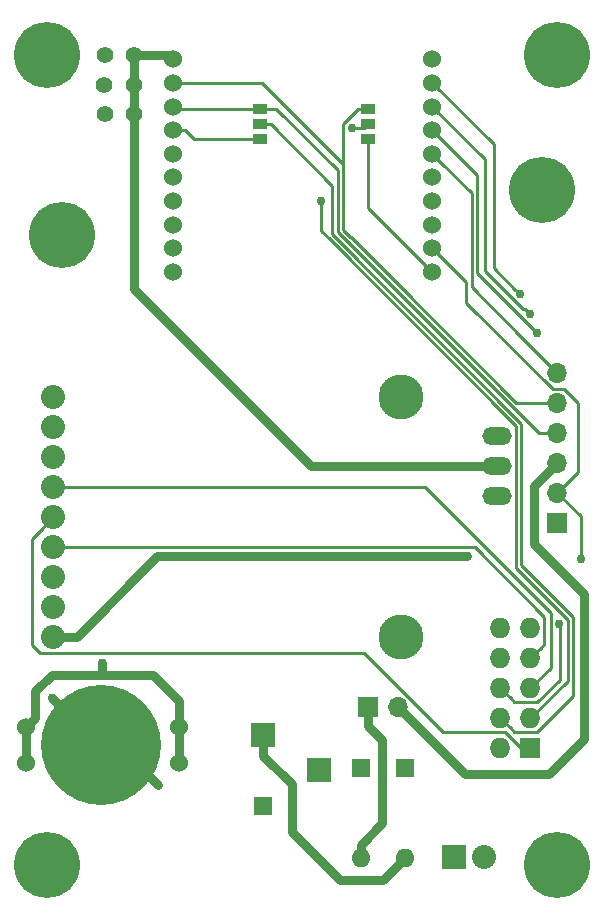
<source format=gbr>
G04 #@! TF.FileFunction,Copper,L1,Top,Signal*
%FSLAX46Y46*%
G04 Gerber Fmt 4.6, Leading zero omitted, Abs format (unit mm)*
G04 Created by KiCad (PCBNEW 4.0.6) date Thursday, August 03, 2017 'PMt' 09:26:43 PM*
%MOMM*%
%LPD*%
G01*
G04 APERTURE LIST*
%ADD10C,0.100000*%
%ADD11C,1.524000*%
%ADD12C,2.032000*%
%ADD13C,3.810000*%
%ADD14C,10.160000*%
%ADD15C,1.400000*%
%ADD16R,1.600000X1.600000*%
%ADD17O,1.600000X1.600000*%
%ADD18R,2.032000X2.032000*%
%ADD19R,1.524000X1.524000*%
%ADD20R,1.727200X1.727200*%
%ADD21O,1.727200X1.727200*%
%ADD22R,1.270000X0.965200*%
%ADD23R,1.700000X1.700000*%
%ADD24O,1.700000X1.700000*%
%ADD25O,2.499360X1.501140*%
%ADD26C,5.588000*%
%ADD27O,2.032000X2.032000*%
%ADD28C,0.762000*%
%ADD29C,0.762000*%
%ADD30C,0.250000*%
G04 APERTURE END LIST*
D10*
D11*
X112699800Y-38455600D03*
X112699800Y-40455596D03*
X112699800Y-42455592D03*
X112699800Y-44455588D03*
X112699800Y-46455584D03*
X112699800Y-48455580D03*
X112699800Y-50457100D03*
X112699800Y-52456080D03*
X112699800Y-54457600D03*
X112699800Y-56455564D03*
X134696200Y-56455564D03*
X134696200Y-54457600D03*
X134696200Y-52456080D03*
X134696200Y-50455576D03*
X134696200Y-48455580D03*
X134696200Y-46455584D03*
X134696200Y-44455588D03*
X134696200Y-42455592D03*
X134696200Y-40455596D03*
X134696200Y-38455600D03*
D12*
X102616000Y-67056000D03*
X102616000Y-69596000D03*
X102616000Y-72136000D03*
X102616000Y-74676000D03*
X102616000Y-77216000D03*
X102616000Y-79756000D03*
X102616000Y-82296000D03*
X102616000Y-84836000D03*
X102616000Y-87376000D03*
D13*
X132080000Y-67056000D03*
X132080000Y-87376000D03*
D14*
X106680000Y-96520000D03*
D11*
X113284000Y-98044000D03*
X100330000Y-98044000D03*
X100330000Y-94996000D03*
X113284000Y-94996000D03*
D15*
X106974000Y-43129200D03*
X109474000Y-43129200D03*
X106934000Y-40640000D03*
X109434000Y-40640000D03*
X106948600Y-38100000D03*
X109448600Y-38100000D03*
D16*
X132384800Y-98475800D03*
D17*
X132384800Y-106095800D03*
D16*
X128625600Y-98450400D03*
D17*
X128625600Y-106070400D03*
D18*
X120396000Y-95653860D03*
D19*
X120396000Y-101653340D03*
D18*
X125095000Y-98653600D03*
D20*
X143002000Y-96774000D03*
D21*
X140462000Y-96774000D03*
X143002000Y-94234000D03*
X140462000Y-94234000D03*
X143002000Y-91694000D03*
X140462000Y-91694000D03*
X143002000Y-89154000D03*
X140462000Y-89154000D03*
X143002000Y-86614000D03*
X140462000Y-86614000D03*
D22*
X129286000Y-45212000D03*
X129286000Y-43942000D03*
X129286000Y-42672000D03*
D23*
X145288000Y-77724000D03*
D24*
X145288000Y-75184000D03*
X145288000Y-72644000D03*
X145288000Y-70104000D03*
X145288000Y-67564000D03*
X145288000Y-65024000D03*
D22*
X120142000Y-45212000D03*
X120142000Y-43942000D03*
X120142000Y-42672000D03*
D23*
X129235200Y-93294200D03*
D24*
X131775200Y-93294200D03*
D25*
X140208000Y-72898000D03*
X140208000Y-75438000D03*
X140208000Y-70358000D03*
D26*
X102108000Y-106680000D03*
X103378000Y-53340000D03*
X145288000Y-106680000D03*
X144018000Y-49530000D03*
X145288000Y-38100000D03*
X102108000Y-38100000D03*
D18*
X136550400Y-106019600D03*
D27*
X139090400Y-106019600D03*
D28*
X102463600Y-92532200D03*
X111480600Y-99898200D03*
X106756200Y-89535000D03*
X137591800Y-80543400D03*
X127914400Y-44297600D03*
X125298200Y-50495200D03*
X145440400Y-86258400D03*
X147243800Y-80772000D03*
X142942425Y-60003575D03*
X143560800Y-61620400D03*
X142116925Y-58339875D03*
D29*
X106680000Y-96520000D02*
X106451400Y-96520000D01*
X106451400Y-96520000D02*
X102463600Y-92532200D01*
X106680000Y-96520000D02*
X108102400Y-96520000D01*
X108102400Y-96520000D02*
X111480600Y-99898200D01*
D30*
X104052840Y-74676000D02*
X102616000Y-74676000D01*
X144734398Y-85298398D02*
X134112000Y-74676000D01*
X134112000Y-74676000D02*
X104052840Y-74676000D01*
X143002000Y-91694000D02*
X144734398Y-89961602D01*
X144734398Y-89961602D02*
X144734398Y-85298398D01*
X143002000Y-96774000D02*
X142221130Y-96774000D01*
X101467801Y-88717001D02*
X100761800Y-88011000D01*
X100761800Y-88011000D02*
X100761800Y-79070200D01*
X100761800Y-79070200D02*
X101523800Y-78308200D01*
X142221130Y-96774000D02*
X140869731Y-95422601D01*
X128937003Y-88717001D02*
X101467801Y-88717001D01*
X140869731Y-95422601D02*
X135642603Y-95422601D01*
X135642603Y-95422601D02*
X128937003Y-88717001D01*
X101523800Y-78308200D02*
X102616000Y-77216000D01*
X143002000Y-96774000D02*
X142365590Y-96774000D01*
X138303000Y-79756000D02*
X144190601Y-85643601D01*
X144190601Y-85643601D02*
X144190601Y-87965399D01*
X144190601Y-87965399D02*
X143865599Y-88290401D01*
X143865599Y-88290401D02*
X143002000Y-89154000D01*
X102616000Y-79756000D02*
X138303000Y-79756000D01*
D29*
X106756200Y-90551000D02*
X111074200Y-90551000D01*
X102489000Y-90551000D02*
X106756200Y-90551000D01*
X106756200Y-90551000D02*
X106756200Y-89535000D01*
X100330000Y-94996000D02*
X101091999Y-94234001D01*
X113284000Y-92760800D02*
X113284000Y-94996000D01*
X101091999Y-94234001D02*
X101091999Y-91948001D01*
X101091999Y-91948001D02*
X102489000Y-90551000D01*
X111074200Y-90551000D02*
X113284000Y-92760800D01*
X100330000Y-94996000D02*
X100330000Y-98044000D01*
X113284000Y-94996000D02*
X113284000Y-98044000D01*
X109448600Y-38100000D02*
X112344200Y-38100000D01*
X112344200Y-38100000D02*
X112699800Y-38455600D01*
X109434000Y-40640000D02*
X109434000Y-38114600D01*
X109434000Y-38114600D02*
X109448600Y-38100000D01*
X109474000Y-43129200D02*
X109474000Y-40680000D01*
X109474000Y-40680000D02*
X109434000Y-40640000D01*
X140208000Y-72898000D02*
X124457562Y-72898000D01*
X124457562Y-72898000D02*
X109434000Y-57874438D01*
X109434000Y-57874438D02*
X109474000Y-57834438D01*
X109474000Y-57834438D02*
X109474000Y-43129200D01*
X104571800Y-87376000D02*
X111404400Y-80543400D01*
X111404400Y-80543400D02*
X137591800Y-80543400D01*
X102616000Y-87376000D02*
X104571800Y-87376000D01*
X129235200Y-93294200D02*
X129235200Y-94906200D01*
X129235200Y-94906200D02*
X130454400Y-96125400D01*
X130454400Y-96125400D02*
X130454400Y-103110230D01*
X130454400Y-103110230D02*
X128625600Y-104939030D01*
X128625600Y-104939030D02*
X128625600Y-106070400D01*
D30*
X127914400Y-44297600D02*
X128930400Y-44297600D01*
X128930400Y-44297600D02*
X129286000Y-43942000D01*
X125916767Y-53602967D02*
X125298200Y-52984400D01*
X125298200Y-52984400D02*
X125298200Y-50495200D01*
X125916767Y-53628367D02*
X125916767Y-53602967D01*
X141782690Y-75883519D02*
X141782690Y-69494290D01*
X141782690Y-69494290D02*
X125916767Y-53628367D01*
X141757400Y-75908809D02*
X141782690Y-75883519D01*
X141757400Y-81508600D02*
X141757400Y-75908809D01*
X146146402Y-91089598D02*
X146146402Y-85897602D01*
X146146402Y-85897602D02*
X141757400Y-81508600D01*
X143002000Y-94234000D02*
X146146402Y-91089598D01*
X129133600Y-44094400D02*
X129286000Y-43942000D01*
X142232701Y-69307890D02*
X142232701Y-81272701D01*
X142232701Y-81272701D02*
X146608800Y-85648800D01*
X146608800Y-85648800D02*
X146608800Y-92386330D01*
X141650601Y-95422601D02*
X141325599Y-95097599D01*
X126226978Y-53255600D02*
X126541777Y-53570398D01*
X126541777Y-53570398D02*
X126541777Y-53616966D01*
X126541777Y-53616966D02*
X142232701Y-69307890D01*
X143572529Y-95422601D02*
X141650601Y-95422601D01*
X126226978Y-49141978D02*
X126226978Y-53255600D01*
X120142000Y-43942000D02*
X121027000Y-43942000D01*
X121027000Y-43942000D02*
X126226978Y-49141978D01*
X146608800Y-92386330D02*
X143572529Y-95422601D01*
X141325599Y-95097599D02*
X140462000Y-94234000D01*
X145465800Y-86283800D02*
X145440400Y-86258400D01*
X145465800Y-87182152D02*
X145465800Y-86283800D01*
X135458199Y-55219599D02*
X134696200Y-54457600D01*
X147040600Y-67577598D02*
X145852001Y-66388999D01*
X145852001Y-66388999D02*
X144913997Y-66388999D01*
X137587967Y-57349367D02*
X135458199Y-55219599D01*
X145288000Y-75184000D02*
X147040600Y-73431400D01*
X144913997Y-66388999D02*
X137587967Y-59062969D01*
X147040600Y-73431400D02*
X147040600Y-67577598D01*
X137587967Y-59062969D02*
X137587967Y-57349367D01*
X145465800Y-87350600D02*
X145465800Y-90989330D01*
X145465800Y-87182152D02*
X145465800Y-87350600D01*
X145465800Y-90989330D02*
X143572529Y-92882601D01*
X143572529Y-92882601D02*
X141650601Y-92882601D01*
X141650601Y-92882601D02*
X141325599Y-92557599D01*
X141325599Y-92557599D02*
X140462000Y-91694000D01*
X145288000Y-75184000D02*
X147243800Y-77139800D01*
X147243800Y-77139800D02*
X147243800Y-80772000D01*
X142561426Y-59622576D02*
X142942425Y-60003575D01*
X142401176Y-59622576D02*
X142561426Y-59622576D01*
X139141200Y-56362600D02*
X142401176Y-59622576D01*
X139141200Y-46900592D02*
X139141200Y-56362600D01*
X134696200Y-42455592D02*
X139141200Y-46900592D01*
X138487989Y-48247377D02*
X138487989Y-56413400D01*
X143560800Y-61620400D02*
X138487989Y-56547589D01*
X138487989Y-56547589D02*
X138487989Y-56413400D01*
X134696200Y-44455588D02*
X138487989Y-48247377D01*
X141735926Y-57958876D02*
X142116925Y-58339875D01*
X139877800Y-45637196D02*
X139877800Y-56100750D01*
X139877800Y-56100750D02*
X141735926Y-57958876D01*
X134696200Y-40455596D02*
X139877800Y-45637196D01*
X127127000Y-47345600D02*
X127127000Y-43946000D01*
X127127000Y-52882800D02*
X127127000Y-47345600D01*
X127127000Y-47313596D02*
X120269000Y-40455596D01*
X127127000Y-47345600D02*
X127127000Y-47313596D01*
X131749800Y-57505600D02*
X131749800Y-57480200D01*
X131749800Y-57480200D02*
X127773022Y-53503422D01*
X127773022Y-53503422D02*
X127747622Y-53503422D01*
X127747622Y-53503422D02*
X127127000Y-52882800D01*
X127127000Y-43946000D02*
X128401000Y-42672000D01*
X128401000Y-42672000D02*
X129286000Y-42672000D01*
X120269000Y-40455596D02*
X113777430Y-40455596D01*
X131749800Y-57505600D02*
X131521200Y-57277000D01*
X141808200Y-67564000D02*
X131749800Y-57505600D01*
X113777430Y-40455596D02*
X112699800Y-40455596D01*
X145288000Y-67564000D02*
X141808200Y-67564000D01*
D29*
X131775200Y-93294200D02*
X137439400Y-98958400D01*
X137439400Y-98958400D02*
X144576800Y-98958400D01*
X144576800Y-98958400D02*
X147548600Y-95986600D01*
X143306800Y-79476600D02*
X143306800Y-74625200D01*
X147548600Y-95986600D02*
X147548600Y-83718400D01*
X143306800Y-74625200D02*
X145288000Y-72644000D01*
X147548600Y-83718400D02*
X143306800Y-79476600D01*
D30*
X126676989Y-47859378D02*
X121489611Y-42672000D01*
X121489611Y-42672000D02*
X121027000Y-42672000D01*
X121027000Y-42672000D02*
X120142000Y-42672000D01*
X143711790Y-70104000D02*
X126676989Y-53069200D01*
X145288000Y-70104000D02*
X143711790Y-70104000D01*
X126676989Y-53069200D02*
X126676989Y-47859378D01*
X120142000Y-42672000D02*
X112916208Y-42672000D01*
X112916208Y-42672000D02*
X112699800Y-42455592D01*
D29*
X132359400Y-98450400D02*
X132384800Y-98475800D01*
D30*
X129286000Y-45212000D02*
X129286000Y-51045364D01*
X129286000Y-51045364D02*
X134696200Y-56455564D01*
X138037978Y-57759600D02*
X138037978Y-49797362D01*
X142327220Y-62063220D02*
X142327220Y-62048842D01*
X142327220Y-62048842D02*
X138037978Y-57759600D01*
X145288000Y-65024000D02*
X142327220Y-62063220D01*
X138037978Y-49797362D02*
X135458199Y-47217583D01*
X135458199Y-47217583D02*
X134696200Y-46455584D01*
X112699800Y-44455588D02*
X113777430Y-44455588D01*
X113777430Y-44455588D02*
X114533842Y-45212000D01*
X114533842Y-45212000D02*
X119257000Y-45212000D01*
X119257000Y-45212000D02*
X120142000Y-45212000D01*
D29*
X122783600Y-103860600D02*
X122783600Y-99819460D01*
X122783600Y-99819460D02*
X120396000Y-97431860D01*
X120396000Y-97431860D02*
X120396000Y-95653860D01*
X126898400Y-107975400D02*
X122783600Y-103860600D01*
X130505200Y-107975400D02*
X126898400Y-107975400D01*
X132384800Y-106095800D02*
X130505200Y-107975400D01*
M02*

</source>
